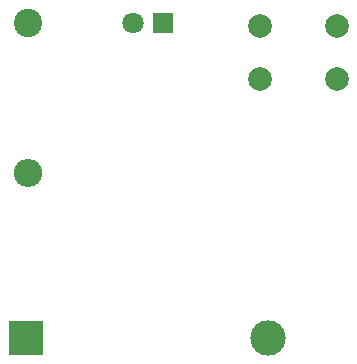
<source format=gbr>
%TF.GenerationSoftware,KiCad,Pcbnew,7.0.1*%
%TF.CreationDate,2023-09-18T10:06:49+03:00*%
%TF.ProjectId,led_tourch,6c65645f-746f-4757-9263-682e6b696361,Mohamed Saber*%
%TF.SameCoordinates,Original*%
%TF.FileFunction,Soldermask,Top*%
%TF.FilePolarity,Negative*%
%FSLAX45Y45*%
G04 Gerber Fmt 4.5, Leading zero omitted, Abs format (unit mm)*
G04 Created by KiCad (PCBNEW 7.0.1) date 2023-09-18 10:06:49*
%MOMM*%
%LPD*%
G01*
G04 APERTURE LIST*
%ADD10R,1.800000X1.800000*%
%ADD11C,1.800000*%
%ADD12R,3.000000X3.000000*%
%ADD13C,3.000000*%
%ADD14C,2.000000*%
%ADD15C,2.400000*%
%ADD16O,2.400000X2.400000*%
G04 APERTURE END LIST*
D10*
%TO.C,D1*%
X18161000Y-3429000D03*
D11*
X17907000Y-3429000D03*
%TD*%
D12*
%TO.C,BT1*%
X17001000Y-6096000D03*
D13*
X19050000Y-6096000D03*
%TD*%
D14*
%TO.C,SW1*%
X18979000Y-3458000D03*
X19629000Y-3458000D03*
X18979000Y-3908000D03*
X19629000Y-3908000D03*
%TD*%
D15*
%TO.C,R1*%
X17018000Y-3429000D03*
D16*
X17018000Y-4699000D03*
%TD*%
M02*

</source>
